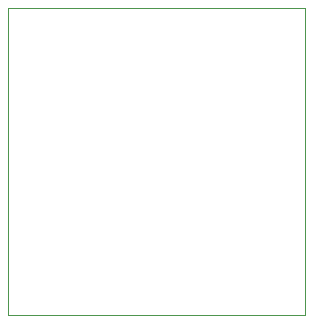
<source format=gbr>
G04 #@! TF.GenerationSoftware,KiCad,Pcbnew,(5.1.0)-1*
G04 #@! TF.CreationDate,2020-12-02T22:17:39+02:00*
G04 #@! TF.ProjectId,Single_transistor_AMP,53696e67-6c65-45f7-9472-616e73697374,V1.0*
G04 #@! TF.SameCoordinates,Original*
G04 #@! TF.FileFunction,Profile,NP*
%FSLAX46Y46*%
G04 Gerber Fmt 4.6, Leading zero omitted, Abs format (unit mm)*
G04 Created by KiCad (PCBNEW (5.1.0)-1) date 2020-12-02 22:17:39*
%MOMM*%
%LPD*%
G04 APERTURE LIST*
%ADD10C,0.050000*%
G04 APERTURE END LIST*
D10*
X125200000Y-109000000D02*
X125200000Y-135000000D01*
X100000000Y-109000000D02*
X100000000Y-135000000D01*
X100000000Y-135000000D02*
X125200000Y-135000000D01*
X100000000Y-109000000D02*
X125200000Y-109000000D01*
M02*

</source>
